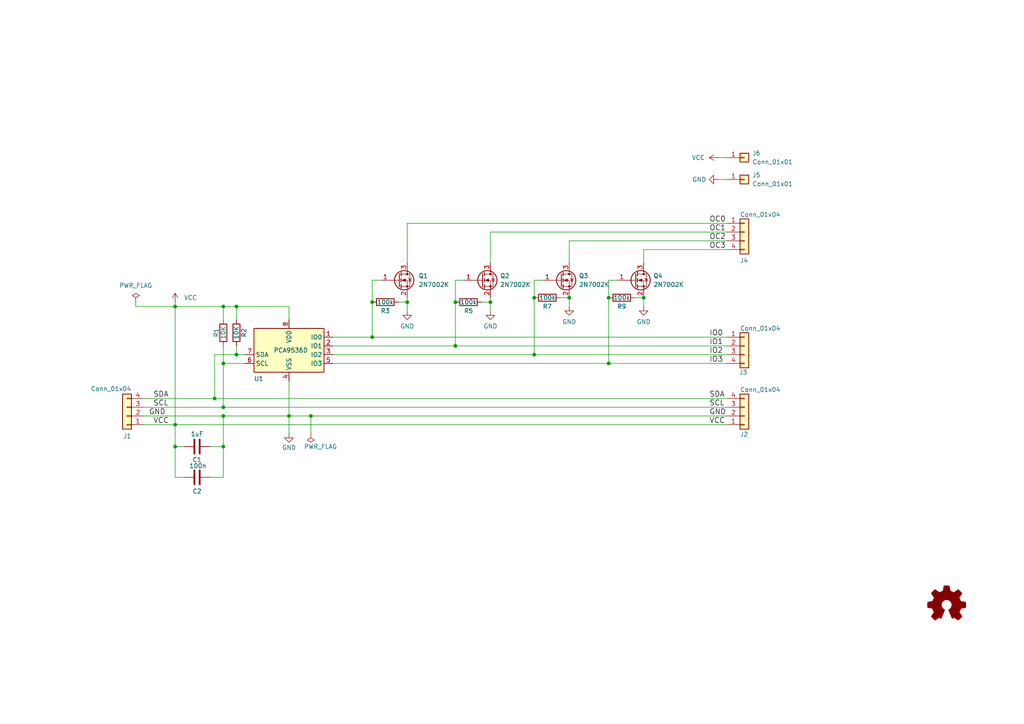
<source format=kicad_sch>
(kicad_sch (version 20231120) (generator "eeschema") (generator_version "8.0")
  (paper "A4")
  (title_block (title "4Bit_I2C_Port_Expander_Module_FUEL4EP") (date "2024-09-29") (rev "1.2") (company "FUEL4EP") (comment 1 "fitting to  HB-UNI-SEN-BATT_ATMega1284P_E07-868MS10_FUEL4EP") (comment 2 "Creative Commons License, non-commercial"))
  (lib_symbols
    (symbol "Connector_Generic:Conn_01x01" (pin_names (offset 1.016) hide)
      (property "Reference" "J" (at 0 2.54 0))
      (property "Value" "Conn_01x01" (at 0 -2.54 0))
      (symbol "Conn_01x01_1_1"
        (rectangle (start -1.27 0.127) (end 0 -0.127) (stroke (width 0.1524)))
        (rectangle (start -1.27 1.27) (end 1.27 -1.27) (stroke (width 0.254)) (fill (type background)))
        (pin passive line (at -5.08 0 0) (length 3.81) (name "Pin_1") (number "1"))
      )
    )
    (symbol "Connector_Generic:Conn_01x04" (pin_names (offset 1.016) hide)
      (property "Reference" "J" (at 0 5.08 0))
      (property "Value" "Conn_01x04" (at 0 -7.62 0))
      (symbol "Conn_01x04_1_1"
        (rectangle (start -1.27 -4.953) (end 0 -5.207) (stroke (width 0.1524)))
        (rectangle (start -1.27 -2.413) (end 0 -2.667) (stroke (width 0.1524)))
        (rectangle (start -1.27 0.127) (end 0 -0.127) (stroke (width 0.1524)))
        (rectangle (start -1.27 2.667) (end 0 2.413) (stroke (width 0.1524)))
        (rectangle (start -1.27 3.81) (end 1.27 -6.35) (stroke (width 0.254)) (fill (type background)))
        (pin passive line (at -5.08 2.54 0) (length 3.81) (name "Pin_1") (number "1"))
        (pin passive line (at -5.08 0 0) (length 3.81) (name "Pin_2") (number "2"))
        (pin passive line (at -5.08 -2.54 0) (length 3.81) (name "Pin_3") (number "3"))
        (pin passive line (at -5.08 -5.08 0) (length 3.81) (name "Pin_4") (number "4"))
      )
    )
    (symbol "Device:C" (pin_numbers hide) (pin_names (offset 0.254))
      (property "Reference" "C" (at 0.635 2.54 0))
      (property "Value" "C" (at 0.635 -2.54 0))
      (symbol "C_0_1"
        (polyline (pts (xy -2.032 -0.762) (xy 2.032 -0.762)) (stroke (width 0.508)))
        (polyline (pts (xy -2.032 0.762) (xy 2.032 0.762)) (stroke (width 0.508)))
      )
      (symbol "C_1_1"
        (pin passive line (at 0 3.81 270) (length 2.794) (name "~") (number "1"))
        (pin passive line (at 0 -3.81 90) (length 2.794) (name "~") (number "2"))
      )
    )
    (symbol "Device:R" (pin_numbers hide) (pin_names (offset 0))
      (property "Reference" "R" (at 2.032 0 90))
      (property "Value" "R" (at 0 0 90))
      (symbol "R_0_1"
        (rectangle (start -1.016 -2.54) (end 1.016 2.54) (stroke (width 0.254)))
      )
      (symbol "R_1_1"
        (pin passive line (at 0 3.81 270) (length 1.27) (name "~") (number "1"))
        (pin passive line (at 0 -3.81 90) (length 1.27) (name "~") (number "2"))
      )
    )
    (symbol "Graphic:Logo_Open_Hardware_Small" (in_bom no) (on_board no)
      (symbol "Logo_Open_Hardware_Small_0_1"
        (polyline (pts (xy 3.3528 -4.3434) (xy 3.302 -4.318) (xy 3.175 -4.2418) (xy 2.9972 -4.1148) (xy 2.7686 -3.9624) (xy 2.54 -3.81) (xy 2.3622 -3.7084) (xy 2.2352 -3.6068) (xy 2.1844 -3.5814) (xy 2.159 -3.6068) (xy 2.0574 -3.6576) (xy 1.905 -3.7338) (xy 1.8034 -3.7846) (xy 1.6764 -3.8354) (xy 1.6002 -3.8354) (xy 1.6002 -3.8354) (xy 1.5494 -3.7338) (xy 1.4732 -3.5306) (xy 1.3462 -3.302) (xy 1.2446 -3.0226) (xy 1.1176 -2.7178) (xy 0.9652 -2.413) (xy 0.8636 -2.1082) (xy 0.7366 -1.8288) (xy 0.6604 -1.6256) (xy 0.6096 -1.4732) (xy 0.5842 -1.397) (xy 0.5842 -1.397) (xy 0.6604 -1.3208) (xy 0.7874 -1.2446) (xy 1.0414 -1.016) (xy 1.2954 -0.6858) (xy 1.4478 -0.3302) (xy 1.524 0.0762) (xy 1.4732 0.4572) (xy 1.3208 0.8128) (xy 1.0668 1.143) (xy 0.762 1.3716) (xy 0.4064 1.524) (xy 0 1.5748) (xy -0.381 1.5494) (xy -0.7366 1.397) (xy -1.0668 1.143) (xy -1.2192 0.9906) (xy -1.397 0.6604) (xy -1.524 0.3048) (xy -1.524 0.2286) (xy -1.4986 -0.1778) (xy -1.397 -0.5334) (xy -1.1938 -0.8636) (xy -0.9144 -1.143) (xy -0.8636 -1.1684) (xy -0.7366 -1.27) (xy -0.635 -1.3462) (xy -0.5842 -1.397) (xy -1.0668 -2.5908) (xy -1.143 -2.794) (xy -1.2954 -3.1242) (xy -1.397 -3.4036) (xy -1.4986 -3.6322) (xy -1.5748 -3.7846) (xy -1.6002 -3.8354) (xy -1.6002 -3.8354) (xy -1.651 -3.8354) (xy -1.7272 -3.81) (xy -1.905 -3.7338) (xy -2.0066 -3.683) (xy -2.1336 -3.6068) (xy -2.2098 -3.5814) (xy -2.2606 -3.6068) (xy -2.3622 -3.683) (xy -2.54 -3.81) (xy -2.7686 -3.9624) (xy -2.9718 -4.0894) (xy -3.1496 -4.2164) (xy -3.302 -4.318) (xy -3.3528 -4.3434) (xy -3.3782 -4.3434) (xy -3.429 -4.318) (xy -3.5306 -4.2164) (xy -3.7084 -4.064) (xy -3.937 -3.8354) (xy -3.9624 -3.81) (xy -4.1656 -3.6068) (xy -4.318 -3.4544) (xy -4.4196 -3.3274) (xy -4.445 -3.2766) (xy -4.445 -3.2766) (xy -4.4196 -3.2258) (xy -4.318 -3.0734) (xy -4.2164 -2.8956) (xy -4.064 -2.667) (xy -3.6576 -2.0828) (xy -3.8862 -1.5494) (xy -3.937 -1.3716) (xy -4.0386 -1.1684) (xy -4.0894 -1.0414) (xy -4.1148 -0.9652) (xy -4.191 -0.9398) (xy -4.318 -0.9144) (xy -4.5466 -0.8636) (xy -4.8006 -0.8128) (xy -5.0546 -0.7874) (xy -5.2578 -0.7366) (xy -5.4356 -0.7112) (xy -5.5118 -0.6858) (xy -5.5118 -0.6858) (xy -5.5372 -0.635) (xy -5.5372 -0.5588) (xy -5.5372 -0.4318) (xy -5.5626 -0.2286) (xy -5.5626 0.0762) (xy -5.5626 0.127) (xy -5.5372 0.4064) (xy -5.5372 0.635) (xy -5.5372 0.762) (xy -5.5372 0.8382) (xy -5.5372 0.8382) (xy -5.461 0.8382) (xy -5.3086 0.889) (xy -5.08 0.9144) (xy -4.826 0.9652) (xy -4.8006 0.9906) (xy -4.5466 1.0414) (xy -4.318 1.0668) (xy -4.1656 1.1176) (xy -4.0894 1.143) (xy -4.0894 1.143) (xy -4.0386 1.2446) (xy -3.9624 1.4224) (xy -3.8608 1.6256) (xy -3.7846 1.8288) (xy -3.7084 2.0066) (xy -3.6576 2.159) (xy -3.6322 2.2098) (xy -3.6322 2.2098) (xy -3.683 2.286) (xy -3.7592 2.413) (xy -3.8862 2.5908) (xy -4.064 2.8194) (xy -4.064 2.8448) (xy -4.2164 3.0734) (xy -4.3434 3.2512) (xy -4.4196 3.3782) (xy -4.445 3.4544) (xy -4.445 3.4544) (xy -4.3942 3.5052) (xy -4.2926 3.6322) (xy -4.1148 3.81) (xy -3.937 4.0132) (xy -3.8608 4.064) (xy -3.6576 4.2926) (xy -3.5052 4.4196) (xy -3.4036 4.4958) (xy -3.3528 4.5212) (xy -3.3528 4.5212) (xy -3.302 4.4704) (xy -3.1496 4.3688) (xy -2.9718 4.2418) (xy -2.7432 4.0894) (xy -2.7178 4.0894) (xy -2.4892 3.937) (xy -2.3114 3.81) (xy -2.1844 3.7084) (xy -2.1336 3.683) (xy -2.1082 3.683) (xy -2.032 3.7084) (xy -1.8542 3.7592) (xy -1.6764 3.8354) (xy -1.4732 3.937) (xy -1.27 4.0132) (xy -1.143 4.064) (xy -1.0668 4.1148) (xy -1.0668 4.1148) (xy -1.0414 4.191) (xy -1.016 4.3434) (xy -0.9652 4.572) (xy -0.9144 4.8514) (xy -0.889 4.9022) (xy -0.8382 5.1562) (xy -0.8128 5.3848) (xy -0.7874 5.5372) (xy -0.762 5.588) (xy -0.7112 5.6134) (xy -0.5842 5.6134) (xy -0.4064 5.6134) (xy -0.1524 5.6134) (xy 0.0762 5.6134) (xy 0.3302 5.6134) (xy 0.5334 5.6134) (xy 0.6858 5.588) (xy 0.7366 5.588) (xy 0.7366 5.588) (xy 0.762 5.5118) (xy 0.8128 5.334) (xy 0.8382 5.1054) (xy 0.9144 4.826) (xy 0.9144 4.7752) (xy 0.9652 4.5212) (xy 1.016 4.2926) (xy 1.0414 4.1402) (xy 1.0668 4.0894) (xy 1.0668 4.0894) (xy 1.1938 4.0386) (xy 1.3716 3.9624) (xy 1.5748 3.8608) (xy 2.0828 3.6576) (xy 2.7178 4.0894) (xy 2.7686 4.1402) (xy 2.9972 4.2926) (xy 3.175 4.4196) (xy 3.302 4.4958) (xy 3.3782 4.5212) (xy 3.3782 4.5212) (xy 3.429 4.4704) (xy 3.556 4.3434) (xy 3.7338 4.191) (xy 3.9116 3.9878) (xy 4.064 3.8354) (xy 4.2418 3.6576) (xy 4.3434 3.556) (xy 4.4196 3.4798) (xy 4.4196 3.429) (xy 4.4196 3.4036) (xy 4.3942 3.3274) (xy 4.2926 3.2004) (xy 4.1656 2.9972) (xy 4.0132 2.794) (xy 3.8862 2.5908) (xy 3.7592 2.3876) (xy 3.6576 2.2352) (xy 3.6322 2.159) (xy 3.6322 2.1336) (xy 3.683 2.0066) (xy 3.7592 1.8288) (xy 3.8608 1.6002) (xy 4.064 1.1176) (xy 4.3942 1.0414) (xy 4.5974 1.016) (xy 4.8768 0.9652) (xy 5.1308 0.9144) (xy 5.5372 0.8382) (xy 5.5626 -0.6604) (xy 5.4864 -0.6858) (xy 5.4356 -0.6858) (xy 5.2832 -0.7366) (xy 5.0546 -0.762) (xy 4.8006 -0.8128) (xy 4.5974 -0.8636) (xy 4.3688 -0.9144) (xy 4.2164 -0.9398) (xy 4.1402 -0.9398) (xy 4.1148 -0.9652) (xy 4.064 -1.0668) (xy 3.9878 -1.2446) (xy 3.9116 -1.4478) (xy 3.81 -1.651) (xy 3.7338 -1.8542) (xy 3.683 -2.0066) (xy 3.6576 -2.0828) (xy 3.683 -2.1336) (xy 3.7846 -2.2606) (xy 3.8862 -2.4638) (xy 4.0386 -2.667) (xy 4.191 -2.8956) (xy 4.318 -3.0734) (xy 4.3942 -3.2004) (xy 4.445 -3.2766) (xy 4.4196 -3.3274) (xy 4.3434 -3.429) (xy 4.1656 -3.5814) (xy 3.937 -3.8354) (xy 3.8862 -3.8608) (xy 3.683 -4.064) (xy 3.5306 -4.2164) (xy 3.4036 -4.318) (xy 3.3528 -4.3434)) (fill (type outline)))
      )
    )
    (symbol "Interface_Expansion:PCA9536D"
      (property "Reference" "U" (at -8.89 6.35 0))
      (property "Value" "PCA9536D" (at 6.35 6.35 0))
      (symbol "PCA9536D_0_1"
        (rectangle (start -10.16 5.08) (end 10.16 -7.62) (stroke (width 0.254)) (fill (type background)))
      )
      (symbol "PCA9536D_1_1"
        (pin bidirectional line (at 12.7 2.54 180) (length 2.54) (name "IO0") (number "1"))
        (pin bidirectional line (at 12.7 0 180) (length 2.54) (name "IO1") (number "2"))
        (pin bidirectional line (at 12.7 -2.54 180) (length 2.54) (name "IO2") (number "3"))
        (pin power_in line (at 0 -10.16 90) (length 2.54) (name "VSS") (number "4"))
        (pin bidirectional line (at 12.7 -5.08 180) (length 2.54) (name "IO3") (number "5"))
        (pin input line (at -12.7 -5.08 0) (length 2.54) (name "SCL") (number "6"))
        (pin bidirectional line (at -12.7 -2.54 0) (length 2.54) (name "SDA") (number "7"))
        (pin power_in line (at 0 7.62 270) (length 2.54) (name "VDD") (number "8"))
      )
    )
    (symbol "Transistor_FET:2N7002K" (pin_names hide)
      (property "Reference" "Q" (at 5.08 1.905 0))
      (property "Value" "2N7002K" (at 5.08 0 0))
      (symbol "2N7002K_0_1"
        (polyline (pts (xy 0.254 0) (xy -2.54 0)))
        (polyline (pts (xy 0.254 1.905) (xy 0.254 -1.905)) (stroke (width 0.254)))
        (polyline (pts (xy 0.762 -1.27) (xy 0.762 -2.286)) (stroke (width 0.254)))
        (polyline (pts (xy 0.762 0.508) (xy 0.762 -0.508)) (stroke (width 0.254)))
        (polyline (pts (xy 0.762 2.286) (xy 0.762 1.27)) (stroke (width 0.254)))
        (polyline (pts (xy 2.54 2.54) (xy 2.54 1.778)))
        (polyline (pts (xy 2.54 -2.54) (xy 2.54 0) (xy 0.762 0)))
        (polyline (pts (xy 0.762 -1.778) (xy 3.302 -1.778) (xy 3.302 1.778) (xy 0.762 1.778)))
        (polyline (pts (xy 1.016 0) (xy 2.032 0.381) (xy 2.032 -0.381) (xy 1.016 0)) (fill (type outline)))
        (polyline (pts (xy 2.794 0.508) (xy 2.921 0.381) (xy 3.683 0.381) (xy 3.81 0.254)))
        (polyline (pts (xy 3.302 0.381) (xy 2.921 -0.254) (xy 3.683 -0.254) (xy 3.302 0.381)))
        (circle (center 1.651 0) (radius 2.794) (stroke (width 0.254)))
        (circle (center 2.54 -1.778) (radius 0.254) (fill (type outline)))
        (circle (center 2.54 1.778) (radius 0.254) (fill (type outline)))
      )
      (symbol "2N7002K_1_1"
        (pin input line (at -5.08 0 0) (length 2.54) (name "G") (number "1"))
        (pin passive line (at 2.54 -5.08 90) (length 2.54) (name "S") (number "2"))
        (pin passive line (at 2.54 5.08 270) (length 2.54) (name "D") (number "3"))
      )
    )
    (symbol "power:GND" (power) (pin_numbers hide) (pin_names (offset 0) hide)
      (property "Value" "GND" (at 0 -3.81 0))
      (symbol "GND_0_1"
        (polyline (pts (xy 0 0) (xy 0 -1.27) (xy 1.27 -1.27) (xy 0 -2.54) (xy -1.27 -1.27) (xy 0 -1.27)))
      )
      (symbol "GND_1_1"
        (pin power_in line (at 0 0 270) (length 0) (name "~") (number "1"))
      )
    )
    (symbol "power:PWR_FLAG" (power) (pin_numbers hide) (pin_names (offset 0) hide)
      (property "Value" "PWR_FLAG" (at 0 3.81 0))
      (symbol "PWR_FLAG_0_0"
        (pin power_out line (at 0 0 90) (length 0) (name "~") (number "1"))
      )
      (symbol "PWR_FLAG_0_1"
        (polyline (pts (xy 0 0) (xy 0 1.27) (xy -1.016 1.905) (xy 0 2.54) (xy 1.016 1.905) (xy 0 1.27)))
      )
    )
    (symbol "power:VCC" (power) (pin_numbers hide) (pin_names (offset 0) hide)
      (property "Value" "VCC" (at 0 3.556 0))
      (symbol "VCC_0_1"
        (polyline (pts (xy -0.762 1.27) (xy 0 2.54)))
        (polyline (pts (xy 0 0) (xy 0 2.54)))
        (polyline (pts (xy 0 2.54) (xy 0.762 1.27)))
      )
      (symbol "VCC_1_1"
        (pin power_in line (at 0 0 90) (length 0) (name "~") (number "1"))
      )
    )
  )
  (junction (at 142.24 87.63))
  (junction (at 64.77 129.54))
  (junction (at 118.11 87.63))
  (junction (at 107.95 97.79))
  (junction (at 64.77 105.41))
  (junction (at 176.53 105.41))
  (junction (at 176.53 86.36))
  (junction (at 50.8 88.9))
  (junction (at 132.08 100.33))
  (junction (at 64.77 120.65))
  (junction (at 62.23 115.57))
  (junction (at 107.95 87.63))
  (junction (at 64.77 118.11))
  (junction (at 50.8 123.19))
  (junction (at 154.94 102.87))
  (junction (at 154.94 86.36))
  (junction (at 83.82 120.65))
  (junction (at 186.69 86.36))
  (junction (at 90.17 120.65))
  (junction (at 50.8 129.54))
  (junction (at 68.58 102.87))
  (junction (at 68.58 88.9))
  (junction (at 64.77 88.9))
  (junction (at 132.08 87.63))
  (junction (at 165.1 86.36))
  (wire (pts (xy 132.08 81.28) (xy 132.08 87.63)))
  (wire (pts (xy 41.91 118.11) (xy 64.77 118.11)))
  (wire (pts (xy 64.77 105.41) (xy 64.77 118.11)))
  (wire (pts (xy 132.08 87.63) (xy 132.08 100.33)))
  (wire (pts (xy 107.95 87.63) (xy 107.95 97.79)))
  (wire (pts (xy 83.82 120.65) (xy 90.17 120.65)))
  (wire (pts (xy 96.52 102.87) (xy 154.94 102.87)))
  (wire (pts (xy 53.34 129.54) (xy 50.8 129.54)))
  (wire (pts (xy 186.69 72.39) (xy 210.82 72.39)))
  (wire (pts (xy 64.77 100.33) (xy 64.77 105.41)))
  (wire (pts (xy 41.91 115.57) (xy 62.23 115.57)))
  (wire (pts (xy 39.37 88.9) (xy 39.37 87.63)))
  (wire (pts (xy 208.28 52.07) (xy 210.82 52.07)))
  (wire (pts (xy 83.82 120.65) (xy 83.82 125.73)))
  (wire (pts (xy 142.24 87.63) (xy 142.24 90.17)))
  (wire (pts (xy 142.24 67.31) (xy 142.24 76.2)))
  (wire (pts (xy 96.52 97.79) (xy 107.95 97.79)))
  (wire (pts (xy 60.96 129.54) (xy 64.77 129.54)))
  (wire (pts (xy 162.56 86.36) (xy 165.1 86.36)))
  (wire (pts (xy 50.8 88.9) (xy 39.37 88.9)))
  (wire (pts (xy 50.8 123.19) (xy 50.8 88.9)))
  (wire (pts (xy 41.91 120.65) (xy 64.77 120.65)))
  (wire (pts (xy 50.8 123.19) (xy 50.8 129.54)))
  (wire (pts (xy 96.52 105.41) (xy 176.53 105.41)))
  (wire (pts (xy 96.52 100.33) (xy 132.08 100.33)))
  (wire (pts (xy 83.82 88.9) (xy 83.82 92.71)))
  (wire (pts (xy 118.11 64.77) (xy 210.82 64.77)))
  (wire (pts (xy 41.91 123.19) (xy 50.8 123.19)))
  (wire (pts (xy 107.95 97.79) (xy 210.82 97.79)))
  (wire (pts (xy 90.17 120.65) (xy 210.82 120.65)))
  (wire (pts (xy 118.11 64.77) (xy 118.11 76.2)))
  (wire (pts (xy 83.82 110.49) (xy 83.82 120.65)))
  (wire (pts (xy 118.11 87.63) (xy 118.11 90.17)))
  (wire (pts (xy 50.8 129.54) (xy 50.8 138.43)))
  (wire (pts (xy 154.94 81.28) (xy 154.94 86.36)))
  (wire (pts (xy 165.1 69.85) (xy 165.1 76.2)))
  (wire (pts (xy 68.58 100.33) (xy 68.58 102.87)))
  (wire (pts (xy 157.48 81.28) (xy 154.94 81.28)))
  (wire (pts (xy 179.07 81.28) (xy 176.53 81.28)))
  (wire (pts (xy 64.77 118.11) (xy 210.82 118.11)))
  (wire (pts (xy 184.15 86.36) (xy 186.69 86.36)))
  (wire (pts (xy 134.62 81.28) (xy 132.08 81.28)))
  (wire (pts (xy 68.58 88.9) (xy 83.82 88.9)))
  (wire (pts (xy 50.8 88.9) (xy 50.8 87.63)))
  (wire (pts (xy 186.69 86.36) (xy 186.69 88.9)))
  (wire (pts (xy 208.28 45.72) (xy 210.82 45.72)))
  (wire (pts (xy 165.1 69.85) (xy 210.82 69.85)))
  (wire (pts (xy 107.95 81.28) (xy 107.95 87.63)))
  (wire (pts (xy 68.58 88.9) (xy 68.58 92.71)))
  (wire (pts (xy 142.24 86.36) (xy 142.24 87.63)))
  (wire (pts (xy 71.12 105.41) (xy 64.77 105.41)))
  (wire (pts (xy 50.8 123.19) (xy 210.82 123.19)))
  (wire (pts (xy 176.53 105.41) (xy 210.82 105.41)))
  (wire (pts (xy 110.49 81.28) (xy 107.95 81.28)))
  (wire (pts (xy 176.53 86.36) (xy 176.53 105.41)))
  (wire (pts (xy 64.77 129.54) (xy 64.77 138.43)))
  (wire (pts (xy 142.24 67.31) (xy 210.82 67.31)))
  (wire (pts (xy 154.94 102.87) (xy 210.82 102.87)))
  (wire (pts (xy 176.53 81.28) (xy 176.53 86.36)))
  (wire (pts (xy 50.8 88.9) (xy 64.77 88.9)))
  (wire (pts (xy 64.77 120.65) (xy 83.82 120.65)))
  (wire (pts (xy 165.1 86.36) (xy 165.1 88.9)))
  (wire (pts (xy 62.23 102.87) (xy 68.58 102.87)))
  (wire (pts (xy 62.23 102.87) (xy 62.23 115.57)))
  (wire (pts (xy 186.69 72.39) (xy 186.69 76.2)))
  (wire (pts (xy 68.58 102.87) (xy 71.12 102.87)))
  (wire (pts (xy 50.8 138.43) (xy 53.34 138.43)))
  (wire (pts (xy 90.17 120.65) (xy 90.17 125.73)))
  (wire (pts (xy 64.77 138.43) (xy 60.96 138.43)))
  (wire (pts (xy 154.94 86.36) (xy 154.94 102.87)))
  (wire (pts (xy 118.11 86.36) (xy 118.11 87.63)))
  (wire (pts (xy 62.23 115.57) (xy 210.82 115.57)))
  (wire (pts (xy 64.77 88.9) (xy 68.58 88.9)))
  (wire (pts (xy 64.77 88.9) (xy 64.77 92.71)))
  (wire (pts (xy 139.7 87.63) (xy 142.24 87.63)))
  (wire (pts (xy 132.08 100.33) (xy 210.82 100.33)))
  (wire (pts (xy 115.57 87.63) (xy 118.11 87.63)))
  (wire (pts (xy 64.77 129.54) (xy 64.77 120.65)))
  (label "OC0" (at 205.74 64.77 0) (effects (font (size 1.524 1.524))))
  (label "IO2" (at 205.74 102.87 0) (effects (font (size 1.524 1.524))))
  (label "SCL" (at 205.74 118.11 0) (effects (font (size 1.524 1.524))))
  (label "VCC" (at 205.74 123.19 0) (effects (font (size 1.524 1.524))))
  (label "VCC" (at 44.45 123.19 0) (effects (font (size 1.524 1.524))))
  (label "SDA" (at 205.74 115.57 0) (effects (font (size 1.524 1.524))))
  (label "SCL" (at 44.45 118.11 0) (effects (font (size 1.524 1.524))))
  (label "GND" (at 43.18 120.65 0) (effects (font (size 1.524 1.524))))
  (label "IO1" (at 205.74 100.33 0) (effects (font (size 1.524 1.524))))
  (label "GND" (at 205.74 120.65 0) (effects (font (size 1.524 1.524))))
  (label "IO3" (at 205.74 105.41 0) (effects (font (size 1.524 1.524))))
  (label "OC1" (at 205.74 67.31 0) (effects (font (size 1.524 1.524))))
  (label "OC3" (at 205.74 72.39 0) (effects (font (size 1.524 1.524))))
  (label "IO0" (at 205.74 97.79 0) (effects (font (size 1.524 1.524))))
  (label "SDA" (at 44.45 115.57 0) (effects (font (size 1.524 1.524))))
  (label "OC2" (at 205.74 69.85 0) (effects (font (size 1.524 1.524))))
  (symbol (lib_id "Device:R") (at 64.77 96.52 180) (unit 1)
    (property "Reference" "R1" (at 62.738 96.52 90))
    (property "Value" "10K" (at 64.77 96.52 90))
    (property "Footprint" "Resistor_SMD:R_0402_1005Metric" (effects (hide yes)))
    (property "Description" "Resistor" (effects (hide yes)))
    (property "TYPE" "0402" (effects (hide yes)))
    (property "LCSC" "C25744" (effects (hide yes)))
  )
  (symbol (lib_id "Connector_Generic:Conn_01x04") (at 215.9 120.65 0) (mirror x) (unit 1)
    (property "Reference" "J2" (at 214.63 125.984 0) (effects (justify left)))
    (property "Value" "Conn_01x04" (at 214.63 113.03 0) (effects (justify left)))
    (property "Footprint" "Connector_PinHeader_2.54mm:PinHeader_1x04_P2.54mm_Vertical" (effects (hide yes)))
    (property "Description" "Generic connector, single row, 01x04, script generated (kicad-library-utils/schlib/autogen/connector/)" (effects (hide yes)))
  )
  (symbol (lib_id "Connector_Generic:Conn_01x04") (at 36.83 120.65 180) (unit 1)
    (property "Reference" "J1" (at 38.1 126.492 0) (effects (justify left)))
    (property "Value" "Conn_01x04" (at 38.1 112.776 0) (effects (justify left)))
    (property "Footprint" "Connector_PinHeader_2.54mm:PinHeader_1x04_P2.54mm_Vertical" (effects (hide yes)))
    (property "Description" "Generic connector, single row, 01x04, script generated (kicad-library-utils/schlib/autogen/connector/)" (effects (hide yes)))
  )
  (symbol (lib_id "Graphic:Logo_Open_Hardware_Small") (at 274.574 175.514 0) (unit 1)
    (property "Reference" "LOGO1" (effects (hide yes)))
    (property "Value" "Logo_Open_Hardware_Small" (effects (hide yes)))
    (property "Footprint" "FUEL4EP:CC-BY-ND-SA" (effects (hide yes)))
    (property "Description" "Open Hardware logo, small" (effects (hide yes)))
    (property "Sim.Enable" "0" (effects (hide yes)))
  )
  (symbol (lib_id "power:GND") (at 83.82 125.73 0) (unit 1)
    (property "Reference" "#PWR02" (effects (hide yes)))
    (property "Value" "GND" (at 83.82 129.794 0))
    (property "Description" "Power symbol creates a global label with name \"GND\" , ground" (effects (hide yes)))
  )
  (symbol (lib_id "Device:R") (at 68.58 96.52 180) (unit 1)
    (property "Reference" "R2" (at 70.739 96.52 90))
    (property "Value" "10K" (at 68.58 96.52 90))
    (property "Footprint" "Resistor_SMD:R_0402_1005Metric" (effects (hide yes)))
    (property "Description" "Resistor" (effects (hide yes)))
    (property "TYPE" "0402" (effects (hide yes)))
    (property "LCSC" "C25744" (effects (hide yes)))
  )
  (symbol (lib_id "power:GND") (at 165.1 88.9 0) (unit 1)
    (property "Reference" "#PWR08" (effects (hide yes)))
    (property "Value" "GND" (at 165.1 93.345 0))
    (property "Description" "Power symbol creates a global label with name \"GND\" , ground" (effects (hide yes)))
  )
  (symbol (lib_id "power:GND") (at 186.69 88.9 0) (unit 1)
    (property "Reference" "#PWR010" (effects (hide yes)))
    (property "Value" "GND" (at 186.69 93.345 0))
    (property "Description" "Power symbol creates a global label with name \"GND\" , ground" (effects (hide yes)))
  )
  (symbol (lib_id "power:GND") (at 142.24 90.17 0) (unit 1)
    (property "Reference" "#PWR06" (effects (hide yes)))
    (property "Value" "GND" (at 142.24 94.615 0))
    (property "Description" "Power symbol creates a global label with name \"GND\" , ground" (effects (hide yes)))
  )
  (symbol (lib_id "Device:R") (at 135.89 87.63 90) (unit 1)
    (property "Reference" "R5" (at 135.89 90.17 90))
    (property "Value" "100k" (at 135.89 87.63 90))
    (property "Footprint" "Resistor_SMD:R_0402_1005Metric" (effects (hide yes)))
    (property "Description" "Resistor" (effects (hide yes)))
    (property "TYPE" "0402" (effects (hide yes)))
    (property "LCSC" "C25741" (effects (hide yes)))
  )
  (symbol (lib_id "power:VCC") (at 50.8 87.63 0) (unit 1)
    (property "Reference" "#PWR01" (effects (hide yes)))
    (property "Value" "VCC" (at 53.34 86.3599 0) (effects (justify left)))
    (property "Description" "Power symbol creates a global label with name \"VCC\"" (effects (hide yes)))
  )
  (symbol (lib_id "power:GND") (at 208.28 52.07 270) (unit 1)
    (property "Reference" "#PWR0101" (effects (hide yes)))
    (property "Value" "GND" (at 204.851 52.0699 90) (effects (justify right)))
    (property "Description" "Power symbol creates a global label with name \"GND\" , ground" (effects (hide yes)))
  )
  (symbol (lib_id "Connector_Generic:Conn_01x04") (at 215.9 67.31 0) (unit 1)
    (property "Reference" "J4" (at 214.63 75.565 0) (effects (justify left)))
    (property "Value" "Conn_01x04" (at 214.63 62.23 0) (effects (justify left)))
    (property "Footprint" "Connector_PinHeader_2.54mm:PinHeader_1x04_P2.54mm_Vertical" (effects (hide yes)))
    (property "Description" "Generic connector, single row, 01x04, script generated (kicad-library-utils/schlib/autogen/connector/)" (effects (hide yes)))
  )
  (symbol (lib_id "Device:R") (at 158.75 86.36 90) (unit 1)
    (property "Reference" "R7" (at 158.75 88.9 90))
    (property "Value" "100k" (at 158.75 86.36 90))
    (property "Footprint" "Resistor_SMD:R_0402_1005Metric" (effects (hide yes)))
    (property "Description" "Resistor" (effects (hide yes)))
    (property "TYPE" "0402" (effects (hide yes)))
    (property "LCSC" "C25741" (effects (hide yes)))
  )
  (symbol (lib_id "Device:C") (at 57.15 129.54 90) (unit 1)
    (property "Reference" "C1" (at 57.15 133.35 90))
    (property "Value" "1uF" (at 57.15 125.857 90))
    (property "Footprint" "Capacitor_SMD:C_0603_1608Metric" (effects (hide yes)))
    (property "Description" "Unpolarized capacitor" (effects (hide yes)))
    (property "TYPE" "0603" (effects (hide yes)))
    (property "LCSC" "C15849" (effects (hide yes)))
  )
  (symbol (lib_id "power:VCC") (at 208.28 45.72 90) (unit 1)
    (property "Reference" "#PWR0102" (effects (hide yes)))
    (property "Value" "VCC" (at 204.47 45.7199 90) (effects (justify left)))
    (property "Description" "Power symbol creates a global label with name \"VCC\"" (effects (hide yes)))
  )
  (symbol (lib_id "Connector_Generic:Conn_01x04") (at 215.9 100.33 0) (unit 1)
    (property "Reference" "J3" (at 214.376 107.95 0) (effects (justify left)))
    (property "Value" "Conn_01x04" (at 214.63 95.25 0) (effects (justify left)))
    (property "Footprint" "Connector_PinHeader_2.54mm:PinHeader_1x04_P2.54mm_Vertical" (effects (hide yes)))
    (property "Description" "Generic connector, single row, 01x04, script generated (kicad-library-utils/schlib/autogen/connector/)" (effects (hide yes)))
  )
  (symbol (lib_id "Transistor_FET:2N7002K") (at 115.57 81.28 0) (unit 1)
    (property "Reference" "Q1" (at 121.412 80.0099 0) (effects (justify left)))
    (property "Value" "2N7002K" (at 121.412 82.5499 0) (effects (justify left)))
    (property "Footprint" "Package_TO_SOT_SMD:SOT-23" (effects (hide yes)))
    (property "Datasheet" "https://www.diodes.com/assets/Datasheets/ds30896.pdf" (effects (hide yes)))
    (property "Description" "0.38A Id, 60V Vds, N-Channel MOSFET, SOT-23" (effects (hide yes)))
    (property "TYPE" "SOT-23" (effects (hide yes)))
    (property "LCSC" "C114458" (effects (hide yes)))
  )
  (symbol (lib_id "power:PWR_FLAG") (at 39.37 87.63 0) (unit 1)
    (property "Reference" "#FLG01" (effects (hide yes)))
    (property "Value" "PWR_FLAG" (at 39.37 82.804 0))
    (property "Description" "Special symbol for telling ERC where power comes from" (effects (hide yes)))
  )
  (symbol (lib_id "Device:C") (at 57.15 138.43 90) (unit 1)
    (property "Reference" "C2" (at 57.15 142.494 90))
    (property "Value" "100n" (at 57.404 135.128 90))
    (property "Footprint" "Capacitor_SMD:C_0402_1005Metric" (effects (hide yes)))
    (property "Description" "Unpolarized capacitor" (effects (hide yes)))
    (property "TYPE" "0402" (effects (hide yes)))
    (property "LCSC" "C1525" (effects (hide yes)))
  )
  (symbol (lib_id "power:PWR_FLAG") (at 90.17 125.73 180) (unit 1)
    (property "Reference" "#FLG02" (effects (hide yes)))
    (property "Value" "PWR_FLAG" (at 88.138 129.54 0) (effects (justify right)))
    (property "Description" "Special symbol for telling ERC where power comes from" (effects (hide yes)))
  )
  (symbol (lib_id "Device:R") (at 111.76 87.63 90) (unit 1)
    (property "Reference" "R3" (at 111.76 90.17 90))
    (property "Value" "100k" (at 111.76 87.63 90))
    (property "Footprint" "Resistor_SMD:R_0402_1005Metric" (effects (hide yes)))
    (property "Description" "Resistor" (effects (hide yes)))
    (property "TYPE" "0402" (effects (hide yes)))
    (property "LCSC" "C25741" (effects (hide yes)))
  )
  (symbol (lib_id "Transistor_FET:2N7002K") (at 184.15 81.28 0) (unit 1)
    (property "Reference" "Q4" (at 189.484 80.0099 0) (effects (justify left)))
    (property "Value" "2N7002K" (at 189.484 82.5499 0) (effects (justify left)))
    (property "Footprint" "Package_TO_SOT_SMD:SOT-23" (effects (hide yes)))
    (property "Datasheet" "https://www.diodes.com/assets/Datasheets/ds30896.pdf" (effects (hide yes)))
    (property "Description" "0.38A Id, 60V Vds, N-Channel MOSFET, SOT-23" (effects (hide yes)))
    (property "TYPE" "SOT-23" (effects (hide yes)))
    (property "LCSC" "C114458" (effects (hide yes)))
  )
  (symbol (lib_id "Transistor_FET:2N7002K") (at 139.7 81.28 0) (unit 1)
    (property "Reference" "Q2" (at 145.034 80.0099 0) (effects (justify left)))
    (property "Value" "2N7002K" (at 145.034 82.5499 0) (effects (justify left)))
    (property "Footprint" "Package_TO_SOT_SMD:SOT-23" (effects (hide yes)))
    (property "Datasheet" "https://www.diodes.com/assets/Datasheets/ds30896.pdf" (effects (hide yes)))
    (property "Description" "0.38A Id, 60V Vds, N-Channel MOSFET, SOT-23" (effects (hide yes)))
    (property "TYPE" "SOT-23" (effects (hide yes)))
    (property "LCSC" "C114458" (effects (hide yes)))
  )
  (symbol (lib_id "Transistor_FET:2N7002K") (at 162.56 81.28 0) (unit 1)
    (property "Reference" "Q3" (at 167.894 80.0099 0) (effects (justify left)))
    (property "Value" "2N7002K" (at 167.894 82.5499 0) (effects (justify left)))
    (property "Footprint" "Package_TO_SOT_SMD:SOT-23" (effects (hide yes)))
    (property "Datasheet" "https://www.diodes.com/assets/Datasheets/ds30896.pdf" (effects (hide yes)))
    (property "Description" "0.38A Id, 60V Vds, N-Channel MOSFET, SOT-23" (effects (hide yes)))
    (property "TYPE" "SOT-23" (effects (hide yes)))
    (property "LCSC" "C114458" (effects (hide yes)))
  )
  (symbol (lib_id "Interface_Expansion:PCA9536D") (at 83.82 100.33 0) (unit 1)
    (property "Reference" "U1" (at 73.66 109.855 0) (effects (justify left)))
    (property "Value" "PCA9536D" (at 79.375 101.6 0) (effects (justify left)))
    (property "Footprint" "Package_SO:SOIC-8_3.9x4.9mm_P1.27mm" (effects (hide yes)))
    (property "Datasheet" "http://www.nxp.com/docs/en/data-sheet/PCA9536.pdf" (effects (hide yes)))
    (property "Description" "4-bit I2C-bus and SMBus IO port, SOIC-8" (effects (hide yes)))
    (property "TYPE" "SOIC-8" (effects (hide yes)))
    (property "LCSC" "C129522" (effects (hide yes)))
  )
  (symbol (lib_id "Connector_Generic:Conn_01x01") (at 215.9 52.07 0) (unit 1)
    (property "Reference" "J5" (at 218.186 50.7999 0) (effects (justify left)))
    (property "Value" "Conn_01x01" (at 218.186 53.3399 0) (effects (justify left)))
    (property "Footprint" "TestPoint:TestPoint_THTPad_D1.0mm_Drill0.5mm" (effects (hide yes)))
    (property "Description" "Generic connector, single row, 01x01, script generated (kicad-library-utils/schlib/autogen/connector/)" (effects (hide yes)))
  )
  (symbol (lib_id "Device:R") (at 180.34 86.36 90) (unit 1)
    (property "Reference" "R9" (at 180.34 88.9 90))
    (property "Value" "100k" (at 180.34 86.36 90))
    (property "Footprint" "Resistor_SMD:R_0402_1005Metric" (effects (hide yes)))
    (property "Description" "Resistor" (effects (hide yes)))
    (property "TYPE" "0402" (effects (hide yes)))
    (property "LCSC" "C25741" (effects (hide yes)))
  )
  (symbol (lib_id "Connector_Generic:Conn_01x01") (at 215.9 45.72 0) (unit 1)
    (property "Reference" "J6" (at 218.186 44.4499 0) (effects (justify left)))
    (property "Value" "Conn_01x01" (at 218.186 46.9899 0) (effects (justify left)))
    (property "Footprint" "TestPoint:TestPoint_THTPad_D1.0mm_Drill0.5mm" (effects (hide yes)))
    (property "Description" "Generic connector, single row, 01x01, script generated (kicad-library-utils/schlib/autogen/connector/)" (effects (hide yes)))
  )
  (symbol (lib_id "power:GND") (at 118.11 90.17 0) (unit 1)
    (property "Reference" "#PWR04" (effects (hide yes)))
    (property "Value" "GND" (at 118.11 94.615 0))
    (property "Description" "Power symbol creates a global label with name \"GND\" , ground" (effects (hide yes)))
  )
)
</source>
